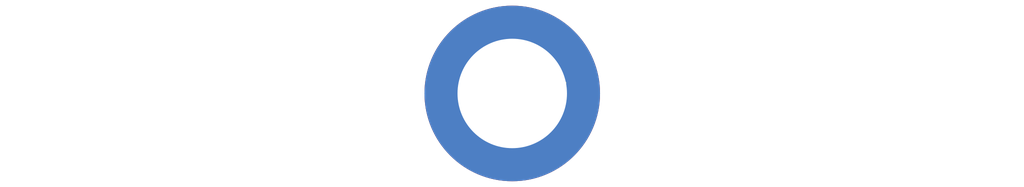
<source format=kicad_pcb>
(kicad_pcb (version 20240108) (generator pcbnew)
  (layers (0 "F.Cu" signal) (31 "B.Cu" signal) (34 "B.Paste" user) (35 "F.Paste" user) (36 "B.SilkS" user "B.Silkscreen") (37 "F.SilkS" user "F.Silkscreen") (38 "B.Mask" user) (39 "F.Mask" user) (44 "Edge.Cuts" user))
  (net 0 "")
  (footprint "MountingHole_5.3mm_M5_ISO14580_Pad_TopBottom" (layer "F.Cu") (at 0 0)
    (property "Reference" "REF**")
    (property "Value" "MountingHole_5.3mm_M5_ISO14580_Pad_TopBottom")
    (pad "1" thru_hole circle (at 0 0) (size 5.7 5.7) (drill 5.3) (layers *.Cu *.Mask) (remove_unused_layers))
    (pad "1" connect circle (at 0 0) (size 8.5 8.5) (layers "F.Cu" "F.Mask"))
    (pad "1" connect circle (at 0 0) (size 8.5 8.5) (layers "B.Cu" "B.Mask"))
  )
)
</source>
